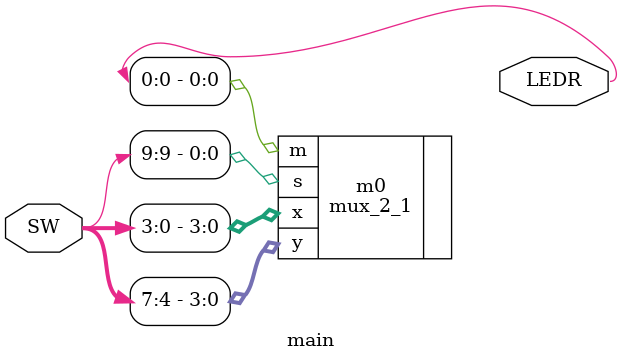
<source format=v>
module main(
    //pinout assignment
	 input   [9:0] SW,
	 output  [9:0] LEDR
);
	 //assign LEDR = SW;
	 
	 mux_2_1 m0(
    .s(SW[9]),
	 .x(SW[3:0]),
	 .y(SW[7:4]),
	 .m(LEDR[0])
    );
endmodule
</source>
